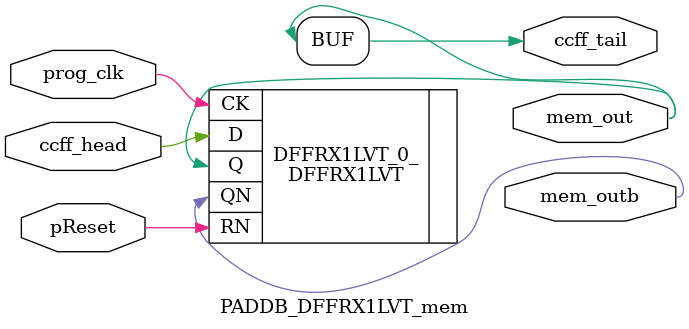
<source format=v>
`default_nettype none

module mux_tree_tapbuf_size4_mem(pReset,
                                 prog_clk,
                                 ccff_head,
                                 ccff_tail,
                                 mem_out,
                                 mem_outb);
//----- GLOBAL PORTS -----
input [0:0] pReset;
//----- GLOBAL PORTS -----
input [0:0] prog_clk;
//----- INPUT PORTS -----
input [0:0] ccff_head;
//----- OUTPUT PORTS -----
output [0:0] ccff_tail;
//----- OUTPUT PORTS -----
output [0:2] mem_out;
//----- OUTPUT PORTS -----
output [0:2] mem_outb;

//----- BEGIN wire-connection ports -----
//----- END wire-connection ports -----


//----- BEGIN Registered ports -----
//----- END Registered ports -----



// ----- BEGIN Local short connections -----
// ----- END Local short connections -----
// ----- BEGIN Local output short connections -----
	assign ccff_tail[0] = mem_out[2];
// ----- END Local output short connections -----

	DFFRX1LVT DFFRX1LVT_0_ (
		.RN(pReset),
		.CK(prog_clk),
		.D(ccff_head),
		.Q(mem_out[0]),
		.QN(mem_outb[0]));

	DFFRX1LVT DFFRX1LVT_1_ (
		.RN(pReset),
		.CK(prog_clk),
		.D(mem_out[0]),
		.Q(mem_out[1]),
		.QN(mem_outb[1]));

	DFFRX1LVT DFFRX1LVT_2_ (
		.RN(pReset),
		.CK(prog_clk),
		.D(mem_out[1]),
		.Q(mem_out[2]),
		.QN(mem_outb[2]));

endmodule
// ----- END Verilog module for mux_tree_tapbuf_size4_mem -----

//----- Default net type -----
`default_nettype wire




//----- Default net type -----
`default_nettype none

// ----- Verilog module for mux_tree_tapbuf_size2_mem -----
module mux_tree_tapbuf_size2_mem(pReset,
                                 prog_clk,
                                 ccff_head,
                                 ccff_tail,
                                 mem_out,
                                 mem_outb);
//----- GLOBAL PORTS -----
input [0:0] pReset;
//----- GLOBAL PORTS -----
input [0:0] prog_clk;
//----- INPUT PORTS -----
input [0:0] ccff_head;
//----- OUTPUT PORTS -----
output [0:0] ccff_tail;
//----- OUTPUT PORTS -----
output [0:1] mem_out;
//----- OUTPUT PORTS -----
output [0:1] mem_outb;

//----- BEGIN wire-connection ports -----
//----- END wire-connection ports -----


//----- BEGIN Registered ports -----
//----- END Registered ports -----



// ----- BEGIN Local short connections -----
// ----- END Local short connections -----
// ----- BEGIN Local output short connections -----
	assign ccff_tail[0] = mem_out[1];
// ----- END Local output short connections -----

	DFFRX1LVT DFFRX1LVT_0_ (
		.RN(pReset),
		.CK(prog_clk),
		.D(ccff_head),
		.Q(mem_out[0]),
		.QN(mem_outb[0]));

	DFFRX1LVT DFFRX1LVT_1_ (
		.RN(pReset),
		.CK(prog_clk),
		.D(mem_out[0]),
		.Q(mem_out[1]),
		.QN(mem_outb[1]));

endmodule
// ----- END Verilog module for mux_tree_tapbuf_size2_mem -----

//----- Default net type -----
`default_nettype wire




//----- Default net type -----
`default_nettype none

// ----- Verilog module for mux_tree_tapbuf_size3_mem -----
module mux_tree_tapbuf_size3_mem(pReset,
                                 prog_clk,
                                 ccff_head,
                                 ccff_tail,
                                 mem_out,
                                 mem_outb);
//----- GLOBAL PORTS -----
input [0:0] pReset;
//----- GLOBAL PORTS -----
input [0:0] prog_clk;
//----- INPUT PORTS -----
input [0:0] ccff_head;
//----- OUTPUT PORTS -----
output [0:0] ccff_tail;
//----- OUTPUT PORTS -----
output [0:1] mem_out;
//----- OUTPUT PORTS -----
output [0:1] mem_outb;

//----- BEGIN wire-connection ports -----
//----- END wire-connection ports -----


//----- BEGIN Registered ports -----
//----- END Registered ports -----



// ----- BEGIN Local short connections -----
// ----- END Local short connections -----
// ----- BEGIN Local output short connections -----
	assign ccff_tail[0] = mem_out[1];
// ----- END Local output short connections -----

	DFFRX1LVT DFFRX1LVT_0_ (
		.RN(pReset),
		.CK(prog_clk),
		.D(ccff_head),
		.Q(mem_out[0]),
		.QN(mem_outb[0]));

	DFFRX1LVT DFFRX1LVT_1_ (
		.RN(pReset),
		.CK(prog_clk),
		.D(mem_out[0]),
		.Q(mem_out[1]),
		.QN(mem_outb[1]));

endmodule
// ----- END Verilog module for mux_tree_tapbuf_size3_mem -----

//----- Default net type -----
`default_nettype wire




//----- Default net type -----
`default_nettype none

// ----- Verilog module for mux_tree_size60_mem -----
module mux_tree_size60_mem(pReset,
                           prog_clk,
                           ccff_head,
                           ccff_tail,
                           mem_out,
                           mem_outb);
//----- GLOBAL PORTS -----
input [0:0] pReset;
//----- GLOBAL PORTS -----
input [0:0] prog_clk;
//----- INPUT PORTS -----
input [0:0] ccff_head;
//----- OUTPUT PORTS -----
output [0:0] ccff_tail;
//----- OUTPUT PORTS -----
output [0:5] mem_out;
//----- OUTPUT PORTS -----
output [0:5] mem_outb;

//----- BEGIN wire-connection ports -----
//----- END wire-connection ports -----


//----- BEGIN Registered ports -----
//----- END Registered ports -----



// ----- BEGIN Local short connections -----
// ----- END Local short connections -----
// ----- BEGIN Local output short connections -----
	assign ccff_tail[0] = mem_out[5];
// ----- END Local output short connections -----

	DFFRX1LVT DFFRX1LVT_0_ (
		.RN(pReset),
		.CK(prog_clk),
		.D(ccff_head),
		.Q(mem_out[0]),
		.QN(mem_outb[0]));

	DFFRX1LVT DFFRX1LVT_1_ (
		.RN(pReset),
		.CK(prog_clk),
		.D(mem_out[0]),
		.Q(mem_out[1]),
		.QN(mem_outb[1]));

	DFFRX1LVT DFFRX1LVT_2_ (
		.RN(pReset),
		.CK(prog_clk),
		.D(mem_out[1]),
		.Q(mem_out[2]),
		.QN(mem_outb[2]));

	DFFRX1LVT DFFRX1LVT_3_ (
		.RN(pReset),
		.CK(prog_clk),
		.D(mem_out[2]),
		.Q(mem_out[3]),
		.QN(mem_outb[3]));

	DFFRX1LVT DFFRX1LVT_4_ (
		.RN(pReset),
		.CK(prog_clk),
		.D(mem_out[3]),
		.Q(mem_out[4]),
		.QN(mem_outb[4]));

	DFFRX1LVT DFFRX1LVT_5_ (
		.RN(pReset),
		.CK(prog_clk),
		.D(mem_out[4]),
		.Q(mem_out[5]),
		.QN(mem_outb[5]));

endmodule
// ----- END Verilog module for mux_tree_size60_mem -----

//----- Default net type -----
`default_nettype wire




//----- Default net type -----
`default_nettype none

// ----- Verilog module for mux_tree_size2_mem -----
module mux_tree_size2_mem(pReset,
                          prog_clk,
                          ccff_head,
                          ccff_tail,
                          mem_out,
                          mem_outb);
//----- GLOBAL PORTS -----
input [0:0] pReset;
//----- GLOBAL PORTS -----
input [0:0] prog_clk;
//----- INPUT PORTS -----
input [0:0] ccff_head;
//----- OUTPUT PORTS -----
output [0:0] ccff_tail;
//----- OUTPUT PORTS -----
output [0:1] mem_out;
//----- OUTPUT PORTS -----
output [0:1] mem_outb;

//----- BEGIN wire-connection ports -----
//----- END wire-connection ports -----


//----- BEGIN Registered ports -----
//----- END Registered ports -----



// ----- BEGIN Local short connections -----
// ----- END Local short connections -----
// ----- BEGIN Local output short connections -----
	assign ccff_tail[0] = mem_out[1];
// ----- END Local output short connections -----

	DFFRX1LVT DFFRX1LVT_0_ (
		.RN(pReset),
		.CK(prog_clk),
		.D(ccff_head),
		.Q(mem_out[0]),
		.QN(mem_outb[0]));

	DFFRX1LVT DFFRX1LVT_1_ (
		.RN(pReset),
		.CK(prog_clk),
		.D(mem_out[0]),
		.Q(mem_out[1]),
		.QN(mem_outb[1]));

endmodule
// ----- END Verilog module for mux_tree_size2_mem -----

//----- Default net type -----
`default_nettype wire




//----- Default net type -----
`default_nettype none

// ----- Verilog module for frac_lut6_DFFRX1LVT_mem -----
module frac_lut6_DFFRX1LVT_mem(pReset,
                               prog_clk,
                               ccff_head,
                               ccff_tail,
                               mem_out,
                               mem_outb);
//----- GLOBAL PORTS -----
input [0:0] pReset;
//----- GLOBAL PORTS -----
input [0:0] prog_clk;
//----- INPUT PORTS -----
input [0:0] ccff_head;
//----- OUTPUT PORTS -----
output [0:0] ccff_tail;
//----- OUTPUT PORTS -----
output [0:64] mem_out;
//----- OUTPUT PORTS -----
output [0:64] mem_outb;

//----- BEGIN wire-connection ports -----
//----- END wire-connection ports -----


//----- BEGIN Registered ports -----
//----- END Registered ports -----



// ----- BEGIN Local short connections -----
// ----- END Local short connections -----
// ----- BEGIN Local output short connections -----
	assign ccff_tail[0] = mem_out[64];
// ----- END Local output short connections -----

	DFFRX1LVT DFFRX1LVT_0_ (
		.RN(pReset),
		.CK(prog_clk),
		.D(ccff_head),
		.Q(mem_out[0]),
		.QN(mem_outb[0]));

	DFFRX1LVT DFFRX1LVT_1_ (
		.RN(pReset),
		.CK(prog_clk),
		.D(mem_out[0]),
		.Q(mem_out[1]),
		.QN(mem_outb[1]));

	DFFRX1LVT DFFRX1LVT_2_ (
		.RN(pReset),
		.CK(prog_clk),
		.D(mem_out[1]),
		.Q(mem_out[2]),
		.QN(mem_outb[2]));

	DFFRX1LVT DFFRX1LVT_3_ (
		.RN(pReset),
		.CK(prog_clk),
		.D(mem_out[2]),
		.Q(mem_out[3]),
		.QN(mem_outb[3]));

	DFFRX1LVT DFFRX1LVT_4_ (
		.RN(pReset),
		.CK(prog_clk),
		.D(mem_out[3]),
		.Q(mem_out[4]),
		.QN(mem_outb[4]));

	DFFRX1LVT DFFRX1LVT_5_ (
		.RN(pReset),
		.CK(prog_clk),
		.D(mem_out[4]),
		.Q(mem_out[5]),
		.QN(mem_outb[5]));

	DFFRX1LVT DFFRX1LVT_6_ (
		.RN(pReset),
		.CK(prog_clk),
		.D(mem_out[5]),
		.Q(mem_out[6]),
		.QN(mem_outb[6]));

	DFFRX1LVT DFFRX1LVT_7_ (
		.RN(pReset),
		.CK(prog_clk),
		.D(mem_out[6]),
		.Q(mem_out[7]),
		.QN(mem_outb[7]));

	DFFRX1LVT DFFRX1LVT_8_ (
		.RN(pReset),
		.CK(prog_clk),
		.D(mem_out[7]),
		.Q(mem_out[8]),
		.QN(mem_outb[8]));

	DFFRX1LVT DFFRX1LVT_9_ (
		.RN(pReset),
		.CK(prog_clk),
		.D(mem_out[8]),
		.Q(mem_out[9]),
		.QN(mem_outb[9]));

	DFFRX1LVT DFFRX1LVT_10_ (
		.RN(pReset),
		.CK(prog_clk),
		.D(mem_out[9]),
		.Q(mem_out[10]),
		.QN(mem_outb[10]));

	DFFRX1LVT DFFRX1LVT_11_ (
		.RN(pReset),
		.CK(prog_clk),
		.D(mem_out[10]),
		.Q(mem_out[11]),
		.QN(mem_outb[11]));

	DFFRX1LVT DFFRX1LVT_12_ (
		.RN(pReset),
		.CK(prog_clk),
		.D(mem_out[11]),
		.Q(mem_out[12]),
		.QN(mem_outb[12]));

	DFFRX1LVT DFFRX1LVT_13_ (
		.RN(pReset),
		.CK(prog_clk),
		.D(mem_out[12]),
		.Q(mem_out[13]),
		.QN(mem_outb[13]));

	DFFRX1LVT DFFRX1LVT_14_ (
		.RN(pReset),
		.CK(prog_clk),
		.D(mem_out[13]),
		.Q(mem_out[14]),
		.QN(mem_outb[14]));

	DFFRX1LVT DFFRX1LVT_15_ (
		.RN(pReset),
		.CK(prog_clk),
		.D(mem_out[14]),
		.Q(mem_out[15]),
		.QN(mem_outb[15]));

	DFFRX1LVT DFFRX1LVT_16_ (
		.RN(pReset),
		.CK(prog_clk),
		.D(mem_out[15]),
		.Q(mem_out[16]),
		.QN(mem_outb[16]));

	DFFRX1LVT DFFRX1LVT_17_ (
		.RN(pReset),
		.CK(prog_clk),
		.D(mem_out[16]),
		.Q(mem_out[17]),
		.QN(mem_outb[17]));

	DFFRX1LVT DFFRX1LVT_18_ (
		.RN(pReset),
		.CK(prog_clk),
		.D(mem_out[17]),
		.Q(mem_out[18]),
		.QN(mem_outb[18]));

	DFFRX1LVT DFFRX1LVT_19_ (
		.RN(pReset),
		.CK(prog_clk),
		.D(mem_out[18]),
		.Q(mem_out[19]),
		.QN(mem_outb[19]));

	DFFRX1LVT DFFRX1LVT_20_ (
		.RN(pReset),
		.CK(prog_clk),
		.D(mem_out[19]),
		.Q(mem_out[20]),
		.QN(mem_outb[20]));

	DFFRX1LVT DFFRX1LVT_21_ (
		.RN(pReset),
		.CK(prog_clk),
		.D(mem_out[20]),
		.Q(mem_out[21]),
		.QN(mem_outb[21]));

	DFFRX1LVT DFFRX1LVT_22_ (
		.RN(pReset),
		.CK(prog_clk),
		.D(mem_out[21]),
		.Q(mem_out[22]),
		.QN(mem_outb[22]));

	DFFRX1LVT DFFRX1LVT_23_ (
		.RN(pReset),
		.CK(prog_clk),
		.D(mem_out[22]),
		.Q(mem_out[23]),
		.QN(mem_outb[23]));

	DFFRX1LVT DFFRX1LVT_24_ (
		.RN(pReset),
		.CK(prog_clk),
		.D(mem_out[23]),
		.Q(mem_out[24]),
		.QN(mem_outb[24]));

	DFFRX1LVT DFFRX1LVT_25_ (
		.RN(pReset),
		.CK(prog_clk),
		.D(mem_out[24]),
		.Q(mem_out[25]),
		.QN(mem_outb[25]));

	DFFRX1LVT DFFRX1LVT_26_ (
		.RN(pReset),
		.CK(prog_clk),
		.D(mem_out[25]),
		.Q(mem_out[26]),
		.QN(mem_outb[26]));

	DFFRX1LVT DFFRX1LVT_27_ (
		.RN(pReset),
		.CK(prog_clk),
		.D(mem_out[26]),
		.Q(mem_out[27]),
		.QN(mem_outb[27]));

	DFFRX1LVT DFFRX1LVT_28_ (
		.RN(pReset),
		.CK(prog_clk),
		.D(mem_out[27]),
		.Q(mem_out[28]),
		.QN(mem_outb[28]));

	DFFRX1LVT DFFRX1LVT_29_ (
		.RN(pReset),
		.CK(prog_clk),
		.D(mem_out[28]),
		.Q(mem_out[29]),
		.QN(mem_outb[29]));

	DFFRX1LVT DFFRX1LVT_30_ (
		.RN(pReset),
		.CK(prog_clk),
		.D(mem_out[29]),
		.Q(mem_out[30]),
		.QN(mem_outb[30]));

	DFFRX1LVT DFFRX1LVT_31_ (
		.RN(pReset),
		.CK(prog_clk),
		.D(mem_out[30]),
		.Q(mem_out[31]),
		.QN(mem_outb[31]));

	DFFRX1LVT DFFRX1LVT_32_ (
		.RN(pReset),
		.CK(prog_clk),
		.D(mem_out[31]),
		.Q(mem_out[32]),
		.QN(mem_outb[32]));

	DFFRX1LVT DFFRX1LVT_33_ (
		.RN(pReset),
		.CK(prog_clk),
		.D(mem_out[32]),
		.Q(mem_out[33]),
		.QN(mem_outb[33]));

	DFFRX1LVT DFFRX1LVT_34_ (
		.RN(pReset),
		.CK(prog_clk),
		.D(mem_out[33]),
		.Q(mem_out[34]),
		.QN(mem_outb[34]));

	DFFRX1LVT DFFRX1LVT_35_ (
		.RN(pReset),
		.CK(prog_clk),
		.D(mem_out[34]),
		.Q(mem_out[35]),
		.QN(mem_outb[35]));

	DFFRX1LVT DFFRX1LVT_36_ (
		.RN(pReset),
		.CK(prog_clk),
		.D(mem_out[35]),
		.Q(mem_out[36]),
		.QN(mem_outb[36]));

	DFFRX1LVT DFFRX1LVT_37_ (
		.RN(pReset),
		.CK(prog_clk),
		.D(mem_out[36]),
		.Q(mem_out[37]),
		.QN(mem_outb[37]));

	DFFRX1LVT DFFRX1LVT_38_ (
		.RN(pReset),
		.CK(prog_clk),
		.D(mem_out[37]),
		.Q(mem_out[38]),
		.QN(mem_outb[38]));

	DFFRX1LVT DFFRX1LVT_39_ (
		.RN(pReset),
		.CK(prog_clk),
		.D(mem_out[38]),
		.Q(mem_out[39]),
		.QN(mem_outb[39]));

	DFFRX1LVT DFFRX1LVT_40_ (
		.RN(pReset),
		.CK(prog_clk),
		.D(mem_out[39]),
		.Q(mem_out[40]),
		.QN(mem_outb[40]));

	DFFRX1LVT DFFRX1LVT_41_ (
		.RN(pReset),
		.CK(prog_clk),
		.D(mem_out[40]),
		.Q(mem_out[41]),
		.QN(mem_outb[41]));

	DFFRX1LVT DFFRX1LVT_42_ (
		.RN(pReset),
		.CK(prog_clk),
		.D(mem_out[41]),
		.Q(mem_out[42]),
		.QN(mem_outb[42]));

	DFFRX1LVT DFFRX1LVT_43_ (
		.RN(pReset),
		.CK(prog_clk),
		.D(mem_out[42]),
		.Q(mem_out[43]),
		.QN(mem_outb[43]));

	DFFRX1LVT DFFRX1LVT_44_ (
		.RN(pReset),
		.CK(prog_clk),
		.D(mem_out[43]),
		.Q(mem_out[44]),
		.QN(mem_outb[44]));

	DFFRX1LVT DFFRX1LVT_45_ (
		.RN(pReset),
		.CK(prog_clk),
		.D(mem_out[44]),
		.Q(mem_out[45]),
		.QN(mem_outb[45]));

	DFFRX1LVT DFFRX1LVT_46_ (
		.RN(pReset),
		.CK(prog_clk),
		.D(mem_out[45]),
		.Q(mem_out[46]),
		.QN(mem_outb[46]));

	DFFRX1LVT DFFRX1LVT_47_ (
		.RN(pReset),
		.CK(prog_clk),
		.D(mem_out[46]),
		.Q(mem_out[47]),
		.QN(mem_outb[47]));

	DFFRX1LVT DFFRX1LVT_48_ (
		.RN(pReset),
		.CK(prog_clk),
		.D(mem_out[47]),
		.Q(mem_out[48]),
		.QN(mem_outb[48]));

	DFFRX1LVT DFFRX1LVT_49_ (
		.RN(pReset),
		.CK(prog_clk),
		.D(mem_out[48]),
		.Q(mem_out[49]),
		.QN(mem_outb[49]));

	DFFRX1LVT DFFRX1LVT_50_ (
		.RN(pReset),
		.CK(prog_clk),
		.D(mem_out[49]),
		.Q(mem_out[50]),
		.QN(mem_outb[50]));

	DFFRX1LVT DFFRX1LVT_51_ (
		.RN(pReset),
		.CK(prog_clk),
		.D(mem_out[50]),
		.Q(mem_out[51]),
		.QN(mem_outb[51]));

	DFFRX1LVT DFFRX1LVT_52_ (
		.RN(pReset),
		.CK(prog_clk),
		.D(mem_out[51]),
		.Q(mem_out[52]),
		.QN(mem_outb[52]));

	DFFRX1LVT DFFRX1LVT_53_ (
		.RN(pReset),
		.CK(prog_clk),
		.D(mem_out[52]),
		.Q(mem_out[53]),
		.QN(mem_outb[53]));

	DFFRX1LVT DFFRX1LVT_54_ (
		.RN(pReset),
		.CK(prog_clk),
		.D(mem_out[53]),
		.Q(mem_out[54]),
		.QN(mem_outb[54]));

	DFFRX1LVT DFFRX1LVT_55_ (
		.RN(pReset),
		.CK(prog_clk),
		.D(mem_out[54]),
		.Q(mem_out[55]),
		.QN(mem_outb[55]));

	DFFRX1LVT DFFRX1LVT_56_ (
		.RN(pReset),
		.CK(prog_clk),
		.D(mem_out[55]),
		.Q(mem_out[56]),
		.QN(mem_outb[56]));

	DFFRX1LVT DFFRX1LVT_57_ (
		.RN(pReset),
		.CK(prog_clk),
		.D(mem_out[56]),
		.Q(mem_out[57]),
		.QN(mem_outb[57]));

	DFFRX1LVT DFFRX1LVT_58_ (
		.RN(pReset),
		.CK(prog_clk),
		.D(mem_out[57]),
		.Q(mem_out[58]),
		.QN(mem_outb[58]));

	DFFRX1LVT DFFRX1LVT_59_ (
		.RN(pReset),
		.CK(prog_clk),
		.D(mem_out[58]),
		.Q(mem_out[59]),
		.QN(mem_outb[59]));

	DFFRX1LVT DFFRX1LVT_60_ (
		.RN(pReset),
		.CK(prog_clk),
		.D(mem_out[59]),
		.Q(mem_out[60]),
		.QN(mem_outb[60]));

	DFFRX1LVT DFFRX1LVT_61_ (
		.RN(pReset),
		.CK(prog_clk),
		.D(mem_out[60]),
		.Q(mem_out[61]),
		.QN(mem_outb[61]));

	DFFRX1LVT DFFRX1LVT_62_ (
		.RN(pReset),
		.CK(prog_clk),
		.D(mem_out[61]),
		.Q(mem_out[62]),
		.QN(mem_outb[62]));

	DFFRX1LVT DFFRX1LVT_63_ (
		.RN(pReset),
		.CK(prog_clk),
		.D(mem_out[62]),
		.Q(mem_out[63]),
		.QN(mem_outb[63]));

	DFFRX1LVT DFFRX1LVT_64_ (
		.RN(pReset),
		.CK(prog_clk),
		.D(mem_out[63]),
		.Q(mem_out[64]),
		.QN(mem_outb[64]));

endmodule
// ----- END Verilog module for frac_lut6_DFFRX1LVT_mem -----

//----- Default net type -----
`default_nettype wire




//----- Default net type -----
`default_nettype none

// ----- Verilog module for PADDB_DFFRX1LVT_mem -----
module PADDB_DFFRX1LVT_mem(pReset,
                           prog_clk,
                           ccff_head,
                           ccff_tail,
                           mem_out,
                           mem_outb);
//----- GLOBAL PORTS -----
input [0:0] pReset;
//----- GLOBAL PORTS -----
input [0:0] prog_clk;
//----- INPUT PORTS -----
input [0:0] ccff_head;
//----- OUTPUT PORTS -----
output [0:0] ccff_tail;
//----- OUTPUT PORTS -----
output [0:0] mem_out;
//----- OUTPUT PORTS -----
output [0:0] mem_outb;

//----- BEGIN wire-connection ports -----
//----- END wire-connection ports -----


//----- BEGIN Registered ports -----
//----- END Registered ports -----



// ----- BEGIN Local short connections -----
// ----- END Local short connections -----
// ----- BEGIN Local output short connections -----
	assign ccff_tail[0] = mem_out[0];
// ----- END Local output short connections -----

	DFFRX1LVT DFFRX1LVT_0_ (
		.RN(pReset),
		.CK(prog_clk),
		.D(ccff_head),
		.Q(mem_out),
		.QN(mem_outb));

endmodule
// ----- END Verilog module for PADDB_DFFRX1LVT_mem -----

//----- Default net type -----
`default_nettype wire





</source>
